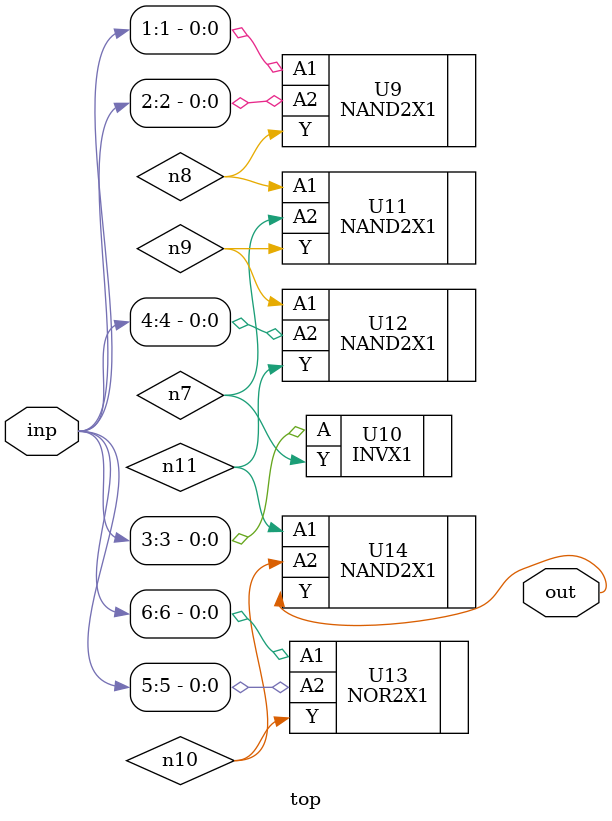
<source format=sv>


module top ( inp, out );
  input [6:0] inp;
  output out;
  wire   n7, n8, n9, n10, n11;

  NAND2X1 U9 ( .A1(inp[1]), .A2(inp[2]), .Y(n8) );
  INVX1 U10 ( .A(inp[3]), .Y(n7) );
  NAND2X1 U11 ( .A1(n8), .A2(n7), .Y(n9) );
  NAND2X1 U12 ( .A1(n9), .A2(inp[4]), .Y(n11) );
  NOR2X1 U13 ( .A1(inp[6]), .A2(inp[5]), .Y(n10) );
  NAND2X1 U14 ( .A1(n11), .A2(n10), .Y(out) );
endmodule


</source>
